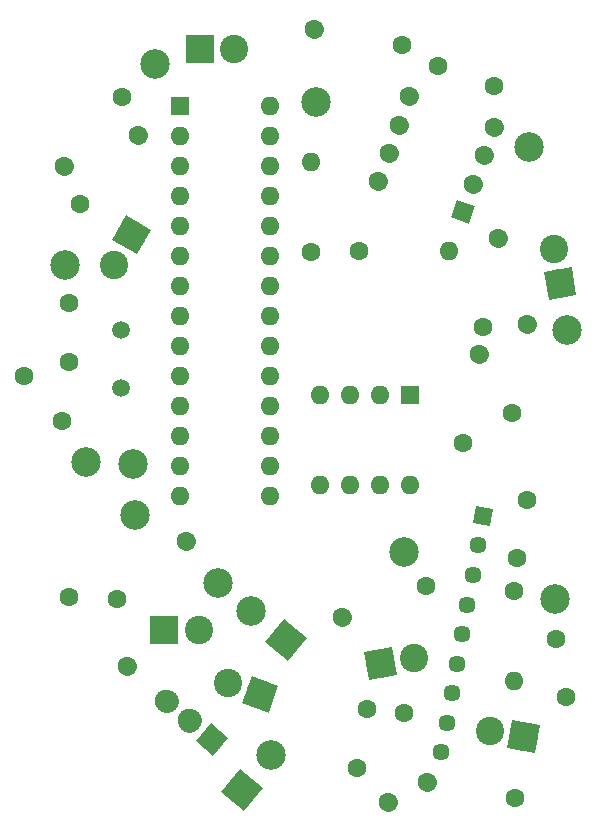
<source format=gbr>
G04 #@! TF.GenerationSoftware,KiCad,Pcbnew,(5.1.2-1)-1*
G04 #@! TF.CreationDate,2021-11-10T21:08:18-05:00*
G04 #@! TF.ProjectId,lil_duder,6c696c5f-6475-4646-9572-2e6b69636164,rev?*
G04 #@! TF.SameCoordinates,Original*
G04 #@! TF.FileFunction,Copper,L1,Top*
G04 #@! TF.FilePolarity,Positive*
%FSLAX46Y46*%
G04 Gerber Fmt 4.6, Leading zero omitted, Abs format (unit mm)*
G04 Created by KiCad (PCBNEW (5.1.2-1)-1) date 2021-11-10 21:08:18*
%MOMM*%
%LPD*%
G04 APERTURE LIST*
%ADD10C,2.499360*%
%ADD11C,1.600000*%
%ADD12C,2.400000*%
%ADD13C,0.100000*%
%ADD14R,2.400000X2.400000*%
%ADD15C,1.600000*%
%ADD16O,1.600000X1.600000*%
%ADD17R,1.600000X1.600000*%
%ADD18C,1.450000*%
%ADD19C,1.905000*%
%ADD20C,1.905000*%
%ADD21C,1.500000*%
G04 APERTURE END LIST*
D10*
X40640000Y-22860000D03*
D11*
X55680368Y-21561669D03*
X50981905Y-19851568D03*
D12*
X60808551Y-35338750D03*
X61315778Y-38215373D03*
D13*
G36*
X62705925Y-39188764D02*
G01*
X60342387Y-39605520D01*
X59925631Y-37241982D01*
X62289169Y-36825226D01*
X62705925Y-39188764D01*
X62705925Y-39188764D01*
G37*
D11*
X44084793Y-79238857D03*
X44953034Y-74314818D03*
X61850400Y-73254600D03*
X60982159Y-68330561D03*
X58534787Y-56604202D03*
X57666546Y-61528241D03*
D12*
X58232732Y-76618615D03*
D13*
G36*
X59622879Y-75645224D02*
G01*
X59206123Y-78008762D01*
X56842585Y-77592006D01*
X57259341Y-75228468D01*
X59622879Y-75645224D01*
X59622879Y-75645224D01*
G37*
D12*
X55356108Y-76111389D03*
X46092988Y-70448361D03*
D13*
G36*
X45119597Y-71838508D02*
G01*
X44702841Y-69474970D01*
X47066379Y-69058214D01*
X47483135Y-71421752D01*
X45119597Y-71838508D01*
X45119597Y-71838508D01*
G37*
D12*
X48969611Y-69941134D03*
X33184782Y-72033997D03*
X35929625Y-73033038D03*
D13*
G36*
X37467680Y-72315831D02*
G01*
X36646832Y-74571093D01*
X34391570Y-73750245D01*
X35212418Y-71494983D01*
X37467680Y-72315831D01*
X37467680Y-72315831D01*
G37*
D14*
X27821373Y-67553827D03*
D12*
X30742373Y-67553827D03*
D11*
X19750000Y-39900000D03*
X19750000Y-44900000D03*
X15900000Y-46100000D03*
X19113938Y-49930222D03*
D14*
X30822000Y-18387200D03*
D12*
X33743000Y-18387200D03*
X23582405Y-36646267D03*
X25042905Y-34116607D03*
D13*
G36*
X24603675Y-32477377D02*
G01*
X26682135Y-33677377D01*
X25482135Y-35755837D01*
X23403675Y-34555837D01*
X24603675Y-32477377D01*
X24603675Y-32477377D01*
G37*
D10*
X61941539Y-42185581D03*
X58724800Y-26670000D03*
X21150000Y-53400000D03*
X25200000Y-53500000D03*
X60873361Y-64936885D03*
X48061939Y-61002429D03*
X25323800Y-57886600D03*
X36819344Y-78197529D03*
X34370323Y-81116158D03*
D13*
G36*
X34524355Y-82876747D02*
G01*
X32609734Y-81270190D01*
X34216291Y-79355569D01*
X36130912Y-80962126D01*
X34524355Y-82876747D01*
X34524355Y-82876747D01*
G37*
D10*
X32374821Y-63581036D03*
X38088019Y-68440246D03*
D13*
G36*
X39848608Y-68286214D02*
G01*
X38242051Y-70200835D01*
X36327430Y-68594278D01*
X37933987Y-66679657D01*
X39848608Y-68286214D01*
X39848608Y-68286214D01*
G37*
D10*
X35169390Y-65991225D03*
X27050000Y-19700000D03*
X19400000Y-36650000D03*
D11*
X58530057Y-41665280D03*
D15*
X58530057Y-41665280D02*
X58530057Y-41665280D01*
D11*
X57206858Y-49169515D03*
X54775753Y-41937489D03*
X56098952Y-34433254D03*
D15*
X56098952Y-34433254D02*
X56098952Y-34433254D01*
D11*
X47962279Y-18060800D03*
X40458044Y-16737601D03*
D15*
X40458044Y-16737601D02*
X40458044Y-16737601D01*
D11*
X54420391Y-44240771D03*
D15*
X54420391Y-44240771D02*
X54420391Y-44240771D01*
D11*
X53097192Y-51745006D03*
X48098592Y-74615610D03*
X46775393Y-82119845D03*
D15*
X46775393Y-82119845D02*
X46775393Y-82119845D01*
D11*
X57541929Y-81814800D03*
X50037694Y-80491601D03*
D15*
X50037694Y-80491601D02*
X50037694Y-80491601D01*
D16*
X57385976Y-71891192D03*
D11*
X57385976Y-64271192D03*
X49991355Y-63881204D03*
X42830897Y-66487397D03*
D15*
X42830897Y-66487397D02*
X42830897Y-66487397D01*
D11*
X19778102Y-64825069D03*
X24676144Y-70662328D03*
D15*
X24676144Y-70662328D02*
X24676144Y-70662328D01*
D11*
X29635372Y-60036694D03*
D15*
X29635372Y-60036694D02*
X29635372Y-60036694D01*
D11*
X23798113Y-64934736D03*
X25598042Y-25712741D03*
D15*
X25598042Y-25712741D02*
X25598042Y-25712741D01*
D11*
X20700000Y-31550000D03*
X19301958Y-28287259D03*
D15*
X19301958Y-28287259D02*
X19301958Y-28287259D01*
D11*
X24200000Y-22450000D03*
X44300000Y-35500000D03*
D16*
X51920000Y-35500000D03*
X40200000Y-27980000D03*
D11*
X40200000Y-35600000D03*
D17*
X29150000Y-23200000D03*
D16*
X36770000Y-56220000D03*
X29150000Y-25740000D03*
X36770000Y-53680000D03*
X29150000Y-28280000D03*
X36770000Y-51140000D03*
X29150000Y-30820000D03*
X36770000Y-48600000D03*
X29150000Y-33360000D03*
X36770000Y-46060000D03*
X29150000Y-35900000D03*
X36770000Y-43520000D03*
X29150000Y-38440000D03*
X36770000Y-40980000D03*
X29150000Y-40980000D03*
X36770000Y-38440000D03*
X29150000Y-43520000D03*
X36770000Y-35900000D03*
X29150000Y-46060000D03*
X36770000Y-33360000D03*
X29150000Y-48600000D03*
X36770000Y-30820000D03*
X29150000Y-51140000D03*
X36770000Y-28280000D03*
X29150000Y-53680000D03*
X36770000Y-25740000D03*
X29150000Y-56220000D03*
X36770000Y-23200000D03*
D11*
X45936624Y-29561565D03*
D15*
X45936624Y-29561565D02*
X45936624Y-29561565D01*
D11*
X55703275Y-25007300D03*
D15*
X55703275Y-25007300D02*
X55703275Y-25007300D01*
D11*
X46805355Y-27174745D03*
D15*
X46805355Y-27174745D02*
X46805355Y-27174745D01*
D11*
X54834544Y-27394119D03*
D15*
X54834544Y-27394119D02*
X54834544Y-27394119D01*
D11*
X47674087Y-24787926D03*
D15*
X47674087Y-24787926D02*
X47674087Y-24787926D01*
D11*
X53965813Y-29780939D03*
D15*
X53965813Y-29780939D02*
X53965813Y-29780939D01*
D11*
X48542818Y-22401107D03*
D15*
X48542818Y-22401107D02*
X48542818Y-22401107D01*
D11*
X53097082Y-32167758D03*
D13*
G36*
X54122452Y-31689620D02*
G01*
X53575220Y-33193128D01*
X52071712Y-32645896D01*
X52618944Y-31142388D01*
X54122452Y-31689620D01*
X54122452Y-31689620D01*
G37*
D17*
X48600000Y-47650000D03*
D16*
X40980000Y-55270000D03*
X46060000Y-47650000D03*
X43520000Y-55270000D03*
X43520000Y-47650000D03*
X46060000Y-55270000D03*
X40980000Y-47650000D03*
X48600000Y-55270000D03*
D18*
X54798587Y-57925492D03*
D13*
G36*
X53958706Y-58513583D02*
G01*
X54210496Y-57085611D01*
X55638468Y-57337401D01*
X55386678Y-58765373D01*
X53958706Y-58513583D01*
X53958706Y-58513583D01*
G37*
D18*
X54357521Y-60426904D03*
X53916454Y-62928315D03*
X53475388Y-65429727D03*
X53034322Y-67931139D03*
X52593255Y-70432550D03*
X52152189Y-72933962D03*
X51711122Y-75435374D03*
X51270056Y-77936786D03*
D19*
X31868813Y-76863223D03*
D13*
G36*
X33241258Y-76709434D02*
G01*
X31955683Y-78241523D01*
X30496368Y-77017012D01*
X31781943Y-75484923D01*
X33241258Y-76709434D01*
X33241258Y-76709434D01*
G37*
D19*
X29923060Y-75230542D03*
D20*
X29892528Y-75266929D02*
X29953592Y-75194155D01*
D19*
X27977307Y-73597862D03*
D20*
X27946775Y-73634249D02*
X28007839Y-73561475D01*
D21*
X24150000Y-42200000D03*
X24150000Y-47080000D03*
M02*

</source>
